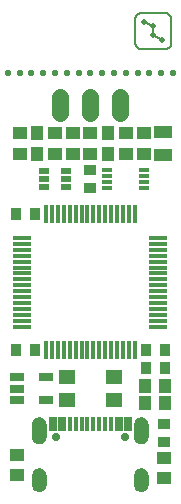
<source format=gts>
G04 EAGLE Gerber RS-274X export*
G75*
%MOMM*%
%FSLAX34Y34*%
%LPD*%
%INTop Solder Mask*%
%IPPOS*%
%AMOC8*
5,1,8,0,0,1.08239X$1,22.5*%
G01*
%ADD10C,0.576200*%
%ADD11C,0.464419*%
%ADD12C,0.152400*%
%ADD13R,0.676200X1.226200*%
%ADD14R,0.376200X1.226200*%
%ADD15C,0.726200*%
%ADD16C,1.397000*%
%ADD17R,0.376200X1.576200*%
%ADD18R,1.576200X0.376200*%
%ADD19R,1.596200X1.006200*%
%ADD20R,1.473200X1.168400*%
%ADD21R,1.276200X0.676200*%
%ADD22R,0.926200X0.376200*%
%ADD23R,0.926200X0.476200*%
%ADD24R,1.176200X1.076200*%
%ADD25R,1.076200X1.176200*%
%ADD26R,0.838200X1.041400*%
%ADD27R,1.041400X0.838200*%

G36*
X119375Y70366D02*
X119375Y70366D01*
X119381Y70371D01*
X119385Y70368D01*
X120510Y70710D01*
X120515Y70715D01*
X120519Y70713D01*
X121557Y71268D01*
X121560Y71274D01*
X121565Y71273D01*
X122474Y72019D01*
X122476Y72026D01*
X122481Y72026D01*
X123227Y72935D01*
X123227Y72943D01*
X123232Y72943D01*
X123787Y73981D01*
X123786Y73988D01*
X123790Y73990D01*
X123907Y74374D01*
X124101Y75015D01*
X124132Y75115D01*
X124129Y75122D01*
X124134Y75125D01*
X124249Y76295D01*
X124247Y76298D01*
X124249Y76300D01*
X124249Y87300D01*
X124247Y87303D01*
X124249Y87305D01*
X124134Y88475D01*
X124129Y88481D01*
X124132Y88485D01*
X123790Y89610D01*
X123785Y89615D01*
X123787Y89619D01*
X123232Y90657D01*
X123226Y90660D01*
X123227Y90665D01*
X122481Y91574D01*
X122474Y91576D01*
X122474Y91581D01*
X121565Y92327D01*
X121557Y92327D01*
X121557Y92332D01*
X120519Y92887D01*
X120512Y92886D01*
X120510Y92890D01*
X119385Y93232D01*
X119378Y93229D01*
X119375Y93234D01*
X118205Y93349D01*
X118203Y93348D01*
X118203Y93349D01*
X118197Y93349D01*
X118196Y93348D01*
X118195Y93349D01*
X117025Y93234D01*
X117019Y93229D01*
X117015Y93232D01*
X115890Y92890D01*
X115885Y92885D01*
X115881Y92887D01*
X114843Y92332D01*
X114840Y92326D01*
X114835Y92327D01*
X113926Y91581D01*
X113924Y91574D01*
X113919Y91574D01*
X113173Y90665D01*
X113173Y90657D01*
X113168Y90657D01*
X112613Y89619D01*
X112614Y89612D01*
X112610Y89610D01*
X112568Y89472D01*
X112567Y89472D01*
X112373Y88831D01*
X112268Y88485D01*
X112271Y88478D01*
X112266Y88475D01*
X112151Y87305D01*
X112153Y87302D01*
X112151Y87300D01*
X112151Y76300D01*
X112153Y76297D01*
X112151Y76295D01*
X112266Y75125D01*
X112271Y75119D01*
X112268Y75115D01*
X112610Y73990D01*
X112615Y73985D01*
X112613Y73981D01*
X113168Y72943D01*
X113174Y72940D01*
X113173Y72935D01*
X113919Y72026D01*
X113926Y72024D01*
X113926Y72019D01*
X114835Y71273D01*
X114843Y71273D01*
X114843Y71268D01*
X115881Y70713D01*
X115888Y70714D01*
X115890Y70710D01*
X117015Y70368D01*
X117022Y70371D01*
X117025Y70366D01*
X118195Y70251D01*
X118201Y70255D01*
X118205Y70251D01*
X119375Y70366D01*
G37*
G36*
X32975Y70366D02*
X32975Y70366D01*
X32981Y70371D01*
X32985Y70368D01*
X34110Y70710D01*
X34115Y70715D01*
X34119Y70713D01*
X35157Y71268D01*
X35160Y71274D01*
X35165Y71273D01*
X36074Y72019D01*
X36076Y72026D01*
X36081Y72026D01*
X36827Y72935D01*
X36827Y72943D01*
X36832Y72943D01*
X37387Y73981D01*
X37386Y73988D01*
X37390Y73990D01*
X37507Y74374D01*
X37701Y75015D01*
X37732Y75115D01*
X37729Y75122D01*
X37734Y75125D01*
X37849Y76295D01*
X37847Y76298D01*
X37849Y76300D01*
X37849Y87300D01*
X37847Y87303D01*
X37849Y87305D01*
X37734Y88475D01*
X37729Y88481D01*
X37732Y88485D01*
X37390Y89610D01*
X37385Y89615D01*
X37387Y89619D01*
X36832Y90657D01*
X36826Y90660D01*
X36827Y90665D01*
X36081Y91574D01*
X36074Y91576D01*
X36074Y91581D01*
X35165Y92327D01*
X35157Y92327D01*
X35157Y92332D01*
X34119Y92887D01*
X34112Y92886D01*
X34110Y92890D01*
X32985Y93232D01*
X32978Y93229D01*
X32975Y93234D01*
X31805Y93349D01*
X31803Y93348D01*
X31803Y93349D01*
X31797Y93349D01*
X31796Y93348D01*
X31795Y93349D01*
X30625Y93234D01*
X30619Y93229D01*
X30615Y93232D01*
X29490Y92890D01*
X29485Y92885D01*
X29481Y92887D01*
X28443Y92332D01*
X28440Y92326D01*
X28435Y92327D01*
X27526Y91581D01*
X27524Y91574D01*
X27519Y91574D01*
X26773Y90665D01*
X26773Y90657D01*
X26768Y90657D01*
X26213Y89619D01*
X26214Y89612D01*
X26210Y89610D01*
X26168Y89472D01*
X26167Y89472D01*
X25973Y88831D01*
X25868Y88485D01*
X25871Y88478D01*
X25866Y88475D01*
X25751Y87305D01*
X25753Y87302D01*
X25751Y87300D01*
X25751Y76300D01*
X25753Y76297D01*
X25751Y76295D01*
X25866Y75125D01*
X25871Y75119D01*
X25868Y75115D01*
X26210Y73990D01*
X26215Y73985D01*
X26213Y73981D01*
X26768Y72943D01*
X26774Y72940D01*
X26773Y72935D01*
X27519Y72026D01*
X27526Y72024D01*
X27526Y72019D01*
X28435Y71273D01*
X28443Y71273D01*
X28443Y71268D01*
X29481Y70713D01*
X29488Y70714D01*
X29490Y70710D01*
X30615Y70368D01*
X30622Y70371D01*
X30625Y70366D01*
X31795Y70251D01*
X31801Y70255D01*
X31805Y70251D01*
X32975Y70366D01*
G37*
G36*
X32975Y30066D02*
X32975Y30066D01*
X32981Y30071D01*
X32985Y30068D01*
X34110Y30410D01*
X34115Y30415D01*
X34119Y30413D01*
X35157Y30968D01*
X35160Y30974D01*
X35165Y30973D01*
X36074Y31719D01*
X36076Y31726D01*
X36081Y31726D01*
X36827Y32635D01*
X36827Y32643D01*
X36832Y32643D01*
X37387Y33681D01*
X37386Y33688D01*
X37390Y33690D01*
X37507Y34074D01*
X37701Y34715D01*
X37732Y34815D01*
X37729Y34822D01*
X37734Y34825D01*
X37849Y35995D01*
X37847Y35998D01*
X37849Y36000D01*
X37849Y44000D01*
X37847Y44003D01*
X37849Y44005D01*
X37734Y45175D01*
X37729Y45181D01*
X37732Y45185D01*
X37390Y46310D01*
X37385Y46315D01*
X37387Y46319D01*
X36832Y47357D01*
X36826Y47360D01*
X36827Y47365D01*
X36081Y48274D01*
X36074Y48276D01*
X36074Y48281D01*
X35165Y49027D01*
X35157Y49027D01*
X35157Y49032D01*
X34119Y49587D01*
X34112Y49586D01*
X34110Y49590D01*
X32985Y49932D01*
X32978Y49929D01*
X32975Y49934D01*
X31805Y50049D01*
X31799Y50045D01*
X31795Y50049D01*
X30625Y49934D01*
X30619Y49929D01*
X30615Y49932D01*
X29490Y49590D01*
X29485Y49585D01*
X29481Y49587D01*
X28443Y49032D01*
X28440Y49026D01*
X28435Y49027D01*
X27526Y48281D01*
X27524Y48274D01*
X27519Y48274D01*
X26773Y47365D01*
X26773Y47357D01*
X26768Y47357D01*
X26213Y46319D01*
X26214Y46316D01*
X26212Y46315D01*
X26214Y46312D01*
X26210Y46310D01*
X26032Y45724D01*
X26017Y45675D01*
X25868Y45185D01*
X25869Y45183D01*
X25868Y45182D01*
X25870Y45179D01*
X25871Y45178D01*
X25866Y45175D01*
X25751Y44005D01*
X25753Y44002D01*
X25751Y44000D01*
X25751Y36000D01*
X25753Y35997D01*
X25751Y35995D01*
X25866Y34825D01*
X25871Y34819D01*
X25868Y34815D01*
X26210Y33690D01*
X26215Y33685D01*
X26213Y33681D01*
X26768Y32643D01*
X26774Y32640D01*
X26773Y32635D01*
X27519Y31726D01*
X27526Y31724D01*
X27526Y31719D01*
X28435Y30973D01*
X28443Y30973D01*
X28443Y30968D01*
X29481Y30413D01*
X29488Y30414D01*
X29490Y30410D01*
X30615Y30068D01*
X30622Y30071D01*
X30625Y30066D01*
X31795Y29951D01*
X31801Y29955D01*
X31805Y29951D01*
X32975Y30066D01*
G37*
G36*
X119375Y30066D02*
X119375Y30066D01*
X119381Y30071D01*
X119385Y30068D01*
X120510Y30410D01*
X120515Y30415D01*
X120519Y30413D01*
X121557Y30968D01*
X121560Y30974D01*
X121565Y30973D01*
X122474Y31719D01*
X122476Y31726D01*
X122481Y31726D01*
X123227Y32635D01*
X123227Y32643D01*
X123232Y32643D01*
X123787Y33681D01*
X123786Y33688D01*
X123790Y33690D01*
X123907Y34074D01*
X124101Y34715D01*
X124132Y34815D01*
X124129Y34822D01*
X124134Y34825D01*
X124249Y35995D01*
X124247Y35998D01*
X124249Y36000D01*
X124249Y44000D01*
X124247Y44003D01*
X124249Y44005D01*
X124134Y45175D01*
X124129Y45181D01*
X124132Y45185D01*
X123790Y46310D01*
X123785Y46315D01*
X123787Y46319D01*
X123232Y47357D01*
X123226Y47360D01*
X123227Y47365D01*
X122481Y48274D01*
X122474Y48276D01*
X122474Y48281D01*
X121565Y49027D01*
X121557Y49027D01*
X121557Y49032D01*
X120519Y49587D01*
X120512Y49586D01*
X120510Y49590D01*
X119385Y49932D01*
X119378Y49929D01*
X119375Y49934D01*
X118205Y50049D01*
X118199Y50045D01*
X118195Y50049D01*
X117025Y49934D01*
X117019Y49929D01*
X117015Y49932D01*
X115890Y49590D01*
X115885Y49585D01*
X115881Y49587D01*
X114843Y49032D01*
X114840Y49026D01*
X114835Y49027D01*
X113926Y48281D01*
X113924Y48274D01*
X113919Y48274D01*
X113173Y47365D01*
X113173Y47357D01*
X113168Y47357D01*
X112613Y46319D01*
X112614Y46316D01*
X112612Y46315D01*
X112614Y46312D01*
X112610Y46310D01*
X112432Y45724D01*
X112417Y45675D01*
X112268Y45185D01*
X112269Y45183D01*
X112268Y45182D01*
X112270Y45179D01*
X112271Y45178D01*
X112266Y45175D01*
X112151Y44005D01*
X112153Y44002D01*
X112151Y44000D01*
X112151Y36000D01*
X112153Y35997D01*
X112151Y35995D01*
X112266Y34825D01*
X112271Y34819D01*
X112268Y34815D01*
X112610Y33690D01*
X112615Y33685D01*
X112613Y33681D01*
X113168Y32643D01*
X113174Y32640D01*
X113173Y32635D01*
X113919Y31726D01*
X113926Y31724D01*
X113926Y31719D01*
X114835Y30973D01*
X114843Y30973D01*
X114843Y30968D01*
X115881Y30413D01*
X115888Y30414D01*
X115890Y30410D01*
X117015Y30068D01*
X117022Y30071D01*
X117025Y30066D01*
X118195Y29951D01*
X118201Y29955D01*
X118205Y29951D01*
X119375Y30066D01*
G37*
D10*
X145000Y384840D03*
X135000Y384840D03*
X125000Y384840D03*
X115000Y384840D03*
X105000Y384840D03*
X95000Y384840D03*
X85000Y384840D03*
X75000Y384840D03*
X65000Y384840D03*
X55000Y384840D03*
X45000Y384840D03*
X35000Y384840D03*
X25000Y384840D03*
X15000Y384840D03*
X5000Y384840D03*
D11*
X128294Y416596D03*
X135914Y412786D03*
X128294Y424216D03*
X120674Y428026D03*
D12*
X128294Y424216D01*
X128294Y416596D01*
X135914Y412786D01*
X113030Y410210D02*
X113030Y430530D01*
X113030Y410210D02*
X113032Y410070D01*
X113038Y409930D01*
X113047Y409790D01*
X113061Y409651D01*
X113078Y409512D01*
X113099Y409374D01*
X113124Y409236D01*
X113153Y409099D01*
X113185Y408963D01*
X113222Y408828D01*
X113262Y408694D01*
X113305Y408561D01*
X113353Y408429D01*
X113403Y408298D01*
X113458Y408169D01*
X113516Y408042D01*
X113577Y407916D01*
X113642Y407792D01*
X113711Y407670D01*
X113782Y407550D01*
X113857Y407432D01*
X113935Y407315D01*
X114017Y407201D01*
X114101Y407090D01*
X114189Y406981D01*
X114279Y406874D01*
X114373Y406769D01*
X114469Y406668D01*
X114568Y406569D01*
X114669Y406473D01*
X114774Y406379D01*
X114881Y406289D01*
X114990Y406201D01*
X115101Y406117D01*
X115215Y406035D01*
X115332Y405957D01*
X115450Y405882D01*
X115570Y405811D01*
X115692Y405742D01*
X115816Y405677D01*
X115942Y405616D01*
X116069Y405558D01*
X116198Y405503D01*
X116329Y405453D01*
X116461Y405405D01*
X116594Y405362D01*
X116728Y405322D01*
X116863Y405285D01*
X116999Y405253D01*
X117136Y405224D01*
X117274Y405199D01*
X117412Y405178D01*
X117551Y405161D01*
X117690Y405147D01*
X117830Y405138D01*
X117970Y405132D01*
X118110Y405130D01*
X138430Y405130D01*
X138570Y405132D01*
X138710Y405138D01*
X138850Y405147D01*
X138989Y405161D01*
X139128Y405178D01*
X139266Y405199D01*
X139404Y405224D01*
X139541Y405253D01*
X139677Y405285D01*
X139812Y405322D01*
X139946Y405362D01*
X140079Y405405D01*
X140211Y405453D01*
X140342Y405503D01*
X140471Y405558D01*
X140598Y405616D01*
X140724Y405677D01*
X140848Y405742D01*
X140970Y405811D01*
X141090Y405882D01*
X141208Y405957D01*
X141325Y406035D01*
X141439Y406117D01*
X141550Y406201D01*
X141659Y406289D01*
X141766Y406379D01*
X141871Y406473D01*
X141972Y406569D01*
X142071Y406668D01*
X142167Y406769D01*
X142261Y406874D01*
X142351Y406981D01*
X142439Y407090D01*
X142523Y407201D01*
X142605Y407315D01*
X142683Y407432D01*
X142758Y407550D01*
X142829Y407670D01*
X142898Y407792D01*
X142963Y407916D01*
X143024Y408042D01*
X143082Y408169D01*
X143137Y408298D01*
X143187Y408429D01*
X143235Y408561D01*
X143278Y408694D01*
X143318Y408828D01*
X143355Y408963D01*
X143387Y409099D01*
X143416Y409236D01*
X143441Y409374D01*
X143462Y409512D01*
X143479Y409651D01*
X143493Y409790D01*
X143502Y409930D01*
X143508Y410070D01*
X143510Y410210D01*
X143510Y430530D01*
X143508Y430670D01*
X143502Y430810D01*
X143493Y430950D01*
X143479Y431089D01*
X143462Y431228D01*
X143441Y431366D01*
X143416Y431504D01*
X143387Y431641D01*
X143355Y431777D01*
X143318Y431912D01*
X143278Y432046D01*
X143235Y432179D01*
X143187Y432311D01*
X143137Y432442D01*
X143082Y432571D01*
X143024Y432698D01*
X142963Y432824D01*
X142898Y432948D01*
X142829Y433070D01*
X142758Y433190D01*
X142683Y433308D01*
X142605Y433425D01*
X142523Y433539D01*
X142439Y433650D01*
X142351Y433759D01*
X142261Y433866D01*
X142167Y433971D01*
X142071Y434072D01*
X141972Y434171D01*
X141871Y434267D01*
X141766Y434361D01*
X141659Y434451D01*
X141550Y434539D01*
X141439Y434623D01*
X141325Y434705D01*
X141208Y434783D01*
X141090Y434858D01*
X140970Y434929D01*
X140848Y434998D01*
X140724Y435063D01*
X140598Y435124D01*
X140471Y435182D01*
X140342Y435237D01*
X140211Y435287D01*
X140079Y435335D01*
X139946Y435378D01*
X139812Y435418D01*
X139677Y435455D01*
X139541Y435487D01*
X139404Y435516D01*
X139266Y435541D01*
X139128Y435562D01*
X138989Y435579D01*
X138850Y435593D01*
X138710Y435602D01*
X138570Y435608D01*
X138430Y435610D01*
X118110Y435610D01*
X117970Y435608D01*
X117830Y435602D01*
X117690Y435593D01*
X117551Y435579D01*
X117412Y435562D01*
X117274Y435541D01*
X117136Y435516D01*
X116999Y435487D01*
X116863Y435455D01*
X116728Y435418D01*
X116594Y435378D01*
X116461Y435335D01*
X116329Y435287D01*
X116198Y435237D01*
X116069Y435182D01*
X115942Y435124D01*
X115816Y435063D01*
X115692Y434998D01*
X115570Y434929D01*
X115450Y434858D01*
X115332Y434783D01*
X115215Y434705D01*
X115101Y434623D01*
X114990Y434539D01*
X114881Y434451D01*
X114774Y434361D01*
X114669Y434267D01*
X114568Y434171D01*
X114469Y434072D01*
X114373Y433971D01*
X114279Y433866D01*
X114189Y433759D01*
X114101Y433650D01*
X114017Y433539D01*
X113935Y433425D01*
X113857Y433308D01*
X113782Y433190D01*
X113711Y433070D01*
X113642Y432948D01*
X113577Y432824D01*
X113516Y432698D01*
X113458Y432571D01*
X113403Y432442D01*
X113353Y432311D01*
X113305Y432179D01*
X113262Y432046D01*
X113222Y431912D01*
X113185Y431777D01*
X113153Y431641D01*
X113124Y431504D01*
X113099Y431366D01*
X113078Y431228D01*
X113061Y431089D01*
X113047Y430950D01*
X113038Y430810D01*
X113032Y430670D01*
X113030Y430530D01*
D13*
X43000Y87550D03*
X51000Y87550D03*
D14*
X62500Y87550D03*
X72500Y87550D03*
X77500Y87550D03*
X87500Y87550D03*
D13*
X107000Y87550D03*
X99000Y87550D03*
D14*
X92500Y87550D03*
X82500Y87550D03*
X67500Y87550D03*
X57500Y87550D03*
D15*
X103900Y76800D03*
X46100Y76800D03*
D16*
X49600Y350896D02*
X49600Y364104D01*
X75000Y364104D02*
X75000Y350896D01*
X100400Y350896D02*
X100400Y364104D01*
D17*
X112500Y265000D03*
X107500Y265000D03*
X102500Y265000D03*
X97500Y265000D03*
X92500Y265000D03*
X87500Y265000D03*
X82500Y265000D03*
X77500Y265000D03*
X72500Y265000D03*
X67500Y265000D03*
X62500Y265000D03*
X57500Y265000D03*
X52500Y265000D03*
X47500Y265000D03*
X42500Y265000D03*
X37500Y265000D03*
D18*
X17500Y245000D03*
X17500Y240000D03*
X17500Y235000D03*
X17500Y230000D03*
X17500Y225000D03*
X17500Y220000D03*
X17500Y215000D03*
X17500Y210000D03*
X17500Y205000D03*
X17500Y200000D03*
X17500Y195000D03*
X17500Y190000D03*
X17500Y185000D03*
X17500Y180000D03*
X17500Y175000D03*
X17500Y170000D03*
D17*
X37500Y150000D03*
X42500Y150000D03*
X47500Y150000D03*
X52500Y150000D03*
X57500Y150000D03*
X62500Y150000D03*
X67500Y150000D03*
X72500Y150000D03*
X77500Y150000D03*
X82500Y150000D03*
X87500Y150000D03*
X92500Y150000D03*
X97500Y150000D03*
X102500Y150000D03*
X107500Y150000D03*
X112500Y150000D03*
D18*
X132500Y170000D03*
X132500Y175000D03*
X132500Y180000D03*
X132500Y185000D03*
X132500Y190000D03*
X132500Y195000D03*
X132500Y200000D03*
X132500Y205000D03*
X132500Y210000D03*
X132500Y215000D03*
X132500Y220000D03*
X132500Y225000D03*
X132500Y230000D03*
X132500Y235000D03*
X132500Y240000D03*
X132500Y245000D03*
D19*
X136544Y315000D03*
X136544Y335000D03*
D20*
X55000Y108102D03*
X55000Y126898D03*
D21*
X12500Y127000D03*
X12500Y117500D03*
X12500Y108000D03*
X37500Y108000D03*
X37500Y127000D03*
D22*
X120750Y287500D03*
X120750Y292500D03*
X120750Y297500D03*
X120750Y302500D03*
X89250Y302500D03*
X89250Y297500D03*
X89250Y292500D03*
X89250Y287500D03*
D23*
X54250Y288500D03*
X54250Y295000D03*
X54250Y301500D03*
X35750Y301500D03*
X35750Y295000D03*
X35750Y288500D03*
D24*
X75000Y333500D03*
X75000Y316500D03*
X60000Y333500D03*
X60000Y316500D03*
X105000Y316500D03*
X105000Y333500D03*
X45000Y316500D03*
X45000Y333500D03*
D25*
X90000Y316500D03*
X90000Y333500D03*
X30000Y316500D03*
X30000Y333500D03*
D24*
X137500Y41500D03*
X137500Y58500D03*
X12500Y44000D03*
X12500Y61000D03*
D25*
X121500Y120000D03*
X138500Y120000D03*
D26*
X122126Y135000D03*
X137874Y135000D03*
X27874Y150000D03*
X12126Y150000D03*
D20*
X95000Y126898D03*
X95000Y108102D03*
D26*
X122126Y150000D03*
X137874Y150000D03*
X27874Y265000D03*
X12126Y265000D03*
D27*
X75000Y287126D03*
X75000Y302874D03*
D25*
X138500Y105000D03*
X121500Y105000D03*
D27*
X137500Y72126D03*
X137500Y87874D03*
D24*
X15000Y316500D03*
X15000Y333500D03*
X120000Y316500D03*
X120000Y333500D03*
M02*

</source>
